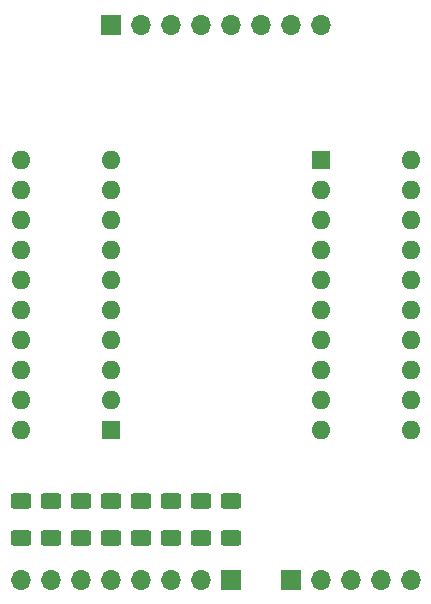
<source format=gbr>
%TF.GenerationSoftware,KiCad,Pcbnew,(6.0.9-0)*%
%TF.CreationDate,2022-12-20T01:23:06-08:00*%
%TF.ProjectId,OSKI8_REGISTER,4f534b49-385f-4524-9547-49535445522e,rev?*%
%TF.SameCoordinates,Original*%
%TF.FileFunction,Soldermask,Top*%
%TF.FilePolarity,Negative*%
%FSLAX46Y46*%
G04 Gerber Fmt 4.6, Leading zero omitted, Abs format (unit mm)*
G04 Created by KiCad (PCBNEW (6.0.9-0)) date 2022-12-20 01:23:06*
%MOMM*%
%LPD*%
G01*
G04 APERTURE LIST*
G04 Aperture macros list*
%AMRoundRect*
0 Rectangle with rounded corners*
0 $1 Rounding radius*
0 $2 $3 $4 $5 $6 $7 $8 $9 X,Y pos of 4 corners*
0 Add a 4 corners polygon primitive as box body*
4,1,4,$2,$3,$4,$5,$6,$7,$8,$9,$2,$3,0*
0 Add four circle primitives for the rounded corners*
1,1,$1+$1,$2,$3*
1,1,$1+$1,$4,$5*
1,1,$1+$1,$6,$7*
1,1,$1+$1,$8,$9*
0 Add four rect primitives between the rounded corners*
20,1,$1+$1,$2,$3,$4,$5,0*
20,1,$1+$1,$4,$5,$6,$7,0*
20,1,$1+$1,$6,$7,$8,$9,0*
20,1,$1+$1,$8,$9,$2,$3,0*%
G04 Aperture macros list end*
%ADD10RoundRect,0.250000X-0.625000X0.400000X-0.625000X-0.400000X0.625000X-0.400000X0.625000X0.400000X0*%
%ADD11R,1.700000X1.700000*%
%ADD12O,1.700000X1.700000*%
%ADD13R,1.600000X1.600000*%
%ADD14O,1.600000X1.600000*%
G04 APERTURE END LIST*
D10*
%TO.C,R6*%
X147320000Y-102590000D03*
X147320000Y-105690000D03*
%TD*%
D11*
%TO.C,DATA_BUS1*%
X142255000Y-62230000D03*
D12*
X144795000Y-62230000D03*
X147335000Y-62230000D03*
X149875000Y-62230000D03*
X152415000Y-62230000D03*
X154955000Y-62230000D03*
X157495000Y-62230000D03*
X160035000Y-62230000D03*
%TD*%
D10*
%TO.C,R0*%
X152400000Y-102590000D03*
X152400000Y-105690000D03*
%TD*%
%TO.C,R1*%
X134620000Y-102590000D03*
X134620000Y-105690000D03*
%TD*%
D13*
%TO.C,U2*%
X160020000Y-73660000D03*
D14*
X160020000Y-76200000D03*
X160020000Y-78740000D03*
X160020000Y-81280000D03*
X160020000Y-83820000D03*
X160020000Y-86360000D03*
X160020000Y-88900000D03*
X160020000Y-91440000D03*
X160020000Y-93980000D03*
X160020000Y-96520000D03*
X167640000Y-96520000D03*
X167640000Y-93980000D03*
X167640000Y-91440000D03*
X167640000Y-88900000D03*
X167640000Y-86360000D03*
X167640000Y-83820000D03*
X167640000Y-81280000D03*
X167640000Y-78740000D03*
X167640000Y-76200000D03*
X167640000Y-73660000D03*
%TD*%
D11*
%TO.C,CONTROL1*%
X157480000Y-109220000D03*
D12*
X160020000Y-109220000D03*
X162560000Y-109220000D03*
X165100000Y-109220000D03*
X167640000Y-109220000D03*
%TD*%
D11*
%TO.C,LED_OUT1*%
X152400000Y-109220000D03*
D12*
X149860000Y-109220000D03*
X147320000Y-109220000D03*
X144780000Y-109220000D03*
X142240000Y-109220000D03*
X139700000Y-109220000D03*
X137160000Y-109220000D03*
X134620000Y-109220000D03*
%TD*%
D10*
%TO.C,R7*%
X149860000Y-102590000D03*
X149860000Y-105690000D03*
%TD*%
%TO.C,R5*%
X144780000Y-102590000D03*
X144780000Y-105690000D03*
%TD*%
D13*
%TO.C,U1*%
X142240000Y-96520000D03*
D14*
X142240000Y-93980000D03*
X142240000Y-91440000D03*
X142240000Y-88900000D03*
X142240000Y-86360000D03*
X142240000Y-83820000D03*
X142240000Y-81280000D03*
X142240000Y-78740000D03*
X142240000Y-76200000D03*
X142240000Y-73660000D03*
X134620000Y-73660000D03*
X134620000Y-76200000D03*
X134620000Y-78740000D03*
X134620000Y-81280000D03*
X134620000Y-83820000D03*
X134620000Y-86360000D03*
X134620000Y-88900000D03*
X134620000Y-91440000D03*
X134620000Y-93980000D03*
X134620000Y-96520000D03*
%TD*%
D10*
%TO.C,R3*%
X139700000Y-102590000D03*
X139700000Y-105690000D03*
%TD*%
%TO.C,R2*%
X137160000Y-102590000D03*
X137160000Y-105690000D03*
%TD*%
%TO.C,R4*%
X142240000Y-102590000D03*
X142240000Y-105690000D03*
%TD*%
M02*

</source>
